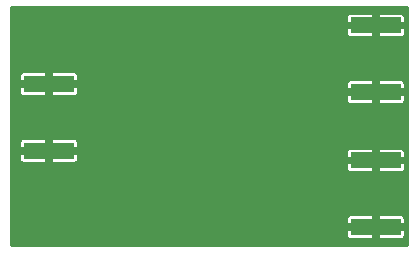
<source format=gbr>
G04 EAGLE Gerber RS-274X export*
G75*
%MOMM*%
%FSLAX34Y34*%
%LPD*%
%INBottom Copper*%
%IPPOS*%
%AMOC8*
5,1,8,0,0,1.08239X$1,22.5*%
G01*
%ADD10R,4.200000X1.350000*%
%ADD11C,0.604000*%

G36*
X874794Y323345D02*
X874794Y323345D01*
X874812Y323343D01*
X874994Y323364D01*
X875177Y323383D01*
X875194Y323388D01*
X875211Y323390D01*
X875386Y323447D01*
X875562Y323501D01*
X875577Y323509D01*
X875594Y323515D01*
X875754Y323605D01*
X875916Y323693D01*
X875929Y323704D01*
X875945Y323713D01*
X876084Y323833D01*
X876225Y323950D01*
X876236Y323964D01*
X876250Y323976D01*
X876362Y324121D01*
X876477Y324264D01*
X876485Y324280D01*
X876496Y324294D01*
X876578Y324459D01*
X876663Y324621D01*
X876668Y324638D01*
X876676Y324654D01*
X876723Y324833D01*
X876774Y325008D01*
X876776Y325026D01*
X876780Y325043D01*
X876807Y325374D01*
X876807Y525526D01*
X876805Y525544D01*
X876807Y525562D01*
X876786Y525744D01*
X876767Y525927D01*
X876762Y525944D01*
X876760Y525961D01*
X876703Y526136D01*
X876649Y526312D01*
X876641Y526327D01*
X876635Y526344D01*
X876545Y526504D01*
X876457Y526666D01*
X876446Y526679D01*
X876437Y526695D01*
X876317Y526834D01*
X876200Y526975D01*
X876186Y526986D01*
X876174Y527000D01*
X876029Y527112D01*
X875886Y527227D01*
X875870Y527235D01*
X875856Y527246D01*
X875691Y527328D01*
X875529Y527413D01*
X875512Y527418D01*
X875496Y527426D01*
X875317Y527473D01*
X875142Y527524D01*
X875124Y527526D01*
X875107Y527530D01*
X874776Y527557D01*
X541274Y527557D01*
X541256Y527555D01*
X541238Y527557D01*
X541056Y527536D01*
X540873Y527517D01*
X540856Y527512D01*
X540839Y527510D01*
X540664Y527453D01*
X540488Y527399D01*
X540473Y527391D01*
X540456Y527385D01*
X540296Y527295D01*
X540134Y527207D01*
X540121Y527196D01*
X540105Y527187D01*
X539966Y527067D01*
X539825Y526950D01*
X539814Y526936D01*
X539800Y526924D01*
X539688Y526779D01*
X539573Y526636D01*
X539565Y526620D01*
X539554Y526606D01*
X539471Y526441D01*
X539387Y526279D01*
X539382Y526262D01*
X539374Y526246D01*
X539327Y526067D01*
X539276Y525892D01*
X539274Y525874D01*
X539270Y525857D01*
X539243Y525526D01*
X539243Y325374D01*
X539245Y325356D01*
X539243Y325338D01*
X539264Y325156D01*
X539283Y324973D01*
X539288Y324956D01*
X539290Y324939D01*
X539347Y324764D01*
X539401Y324588D01*
X539409Y324573D01*
X539415Y324556D01*
X539505Y324396D01*
X539593Y324234D01*
X539604Y324221D01*
X539613Y324205D01*
X539733Y324066D01*
X539850Y323925D01*
X539864Y323914D01*
X539876Y323900D01*
X540021Y323788D01*
X540164Y323673D01*
X540180Y323665D01*
X540194Y323654D01*
X540359Y323572D01*
X540521Y323487D01*
X540538Y323482D01*
X540554Y323474D01*
X540733Y323427D01*
X540908Y323376D01*
X540926Y323374D01*
X540943Y323370D01*
X541274Y323343D01*
X874776Y323343D01*
X874794Y323345D01*
G37*
%LPC*%
G36*
X852274Y514224D02*
X852274Y514224D01*
X852274Y520141D01*
X870235Y520141D01*
X870881Y519968D01*
X871460Y519633D01*
X871933Y519160D01*
X872268Y518581D01*
X872441Y517935D01*
X872441Y514224D01*
X852274Y514224D01*
G37*
%LPD*%
%LPC*%
G36*
X825359Y514224D02*
X825359Y514224D01*
X825359Y517935D01*
X825532Y518581D01*
X825867Y519160D01*
X826340Y519633D01*
X826919Y519968D01*
X827565Y520141D01*
X845526Y520141D01*
X845526Y514224D01*
X825359Y514224D01*
G37*
%LPD*%
%LPC*%
G36*
X548689Y464694D02*
X548689Y464694D01*
X548689Y468405D01*
X548862Y469051D01*
X549197Y469630D01*
X549670Y470103D01*
X550249Y470438D01*
X550895Y470611D01*
X568856Y470611D01*
X568856Y464694D01*
X548689Y464694D01*
G37*
%LPD*%
%LPC*%
G36*
X825359Y457724D02*
X825359Y457724D01*
X825359Y461435D01*
X825532Y462081D01*
X825867Y462660D01*
X826340Y463133D01*
X826919Y463468D01*
X827565Y463641D01*
X845526Y463641D01*
X845526Y457724D01*
X825359Y457724D01*
G37*
%LPD*%
%LPC*%
G36*
X548689Y408194D02*
X548689Y408194D01*
X548689Y411905D01*
X548862Y412551D01*
X549197Y413130D01*
X549670Y413603D01*
X550249Y413938D01*
X550895Y414111D01*
X568856Y414111D01*
X568856Y408194D01*
X548689Y408194D01*
G37*
%LPD*%
%LPC*%
G36*
X825359Y399924D02*
X825359Y399924D01*
X825359Y403635D01*
X825532Y404281D01*
X825867Y404860D01*
X826340Y405333D01*
X826919Y405668D01*
X827565Y405841D01*
X845526Y405841D01*
X845526Y399924D01*
X825359Y399924D01*
G37*
%LPD*%
%LPC*%
G36*
X825359Y343424D02*
X825359Y343424D01*
X825359Y347135D01*
X825532Y347781D01*
X825867Y348360D01*
X826340Y348833D01*
X826919Y349168D01*
X827565Y349341D01*
X845526Y349341D01*
X845526Y343424D01*
X825359Y343424D01*
G37*
%LPD*%
%LPC*%
G36*
X575604Y464694D02*
X575604Y464694D01*
X575604Y470611D01*
X593565Y470611D01*
X594211Y470438D01*
X594790Y470103D01*
X595263Y469630D01*
X595598Y469051D01*
X595771Y468405D01*
X595771Y464694D01*
X575604Y464694D01*
G37*
%LPD*%
%LPC*%
G36*
X852274Y457724D02*
X852274Y457724D01*
X852274Y463641D01*
X870235Y463641D01*
X870881Y463468D01*
X871460Y463133D01*
X871933Y462660D01*
X872268Y462081D01*
X872441Y461435D01*
X872441Y457724D01*
X852274Y457724D01*
G37*
%LPD*%
%LPC*%
G36*
X575604Y408194D02*
X575604Y408194D01*
X575604Y414111D01*
X593565Y414111D01*
X594211Y413938D01*
X594790Y413603D01*
X595263Y413130D01*
X595598Y412551D01*
X595771Y411905D01*
X595771Y408194D01*
X575604Y408194D01*
G37*
%LPD*%
%LPC*%
G36*
X852274Y399924D02*
X852274Y399924D01*
X852274Y405841D01*
X870235Y405841D01*
X870881Y405668D01*
X871460Y405333D01*
X871933Y404860D01*
X872268Y404281D01*
X872441Y403635D01*
X872441Y399924D01*
X852274Y399924D01*
G37*
%LPD*%
%LPC*%
G36*
X852274Y343424D02*
X852274Y343424D01*
X852274Y349341D01*
X870235Y349341D01*
X870881Y349168D01*
X871460Y348833D01*
X871933Y348360D01*
X872268Y347781D01*
X872441Y347135D01*
X872441Y343424D01*
X852274Y343424D01*
G37*
%LPD*%
%LPC*%
G36*
X852274Y501559D02*
X852274Y501559D01*
X852274Y507476D01*
X872441Y507476D01*
X872441Y503765D01*
X872268Y503119D01*
X871933Y502540D01*
X871460Y502067D01*
X870881Y501732D01*
X870235Y501559D01*
X852274Y501559D01*
G37*
%LPD*%
%LPC*%
G36*
X575604Y452029D02*
X575604Y452029D01*
X575604Y457946D01*
X595771Y457946D01*
X595771Y454235D01*
X595598Y453589D01*
X595263Y453010D01*
X594790Y452537D01*
X594211Y452202D01*
X593565Y452029D01*
X575604Y452029D01*
G37*
%LPD*%
%LPC*%
G36*
X852274Y445059D02*
X852274Y445059D01*
X852274Y450976D01*
X872441Y450976D01*
X872441Y447265D01*
X872268Y446619D01*
X871933Y446040D01*
X871460Y445567D01*
X870881Y445232D01*
X870235Y445059D01*
X852274Y445059D01*
G37*
%LPD*%
%LPC*%
G36*
X575604Y395529D02*
X575604Y395529D01*
X575604Y401446D01*
X595771Y401446D01*
X595771Y397735D01*
X595598Y397089D01*
X595263Y396510D01*
X594790Y396037D01*
X594211Y395702D01*
X593565Y395529D01*
X575604Y395529D01*
G37*
%LPD*%
%LPC*%
G36*
X852274Y387259D02*
X852274Y387259D01*
X852274Y393176D01*
X872441Y393176D01*
X872441Y389465D01*
X872268Y388819D01*
X871933Y388240D01*
X871460Y387767D01*
X870881Y387432D01*
X870235Y387259D01*
X852274Y387259D01*
G37*
%LPD*%
%LPC*%
G36*
X852274Y330759D02*
X852274Y330759D01*
X852274Y336676D01*
X872441Y336676D01*
X872441Y332965D01*
X872268Y332319D01*
X871933Y331740D01*
X871460Y331267D01*
X870881Y330932D01*
X870235Y330759D01*
X852274Y330759D01*
G37*
%LPD*%
%LPC*%
G36*
X827565Y501559D02*
X827565Y501559D01*
X826919Y501732D01*
X826340Y502067D01*
X825867Y502540D01*
X825532Y503119D01*
X825359Y503765D01*
X825359Y507476D01*
X845526Y507476D01*
X845526Y501559D01*
X827565Y501559D01*
G37*
%LPD*%
%LPC*%
G36*
X550895Y452029D02*
X550895Y452029D01*
X550249Y452202D01*
X549670Y452537D01*
X549197Y453010D01*
X548862Y453589D01*
X548689Y454235D01*
X548689Y457946D01*
X568856Y457946D01*
X568856Y452029D01*
X550895Y452029D01*
G37*
%LPD*%
%LPC*%
G36*
X827565Y445059D02*
X827565Y445059D01*
X826919Y445232D01*
X826340Y445567D01*
X825867Y446040D01*
X825532Y446619D01*
X825359Y447265D01*
X825359Y450976D01*
X845526Y450976D01*
X845526Y445059D01*
X827565Y445059D01*
G37*
%LPD*%
%LPC*%
G36*
X550895Y395529D02*
X550895Y395529D01*
X550249Y395702D01*
X549670Y396037D01*
X549197Y396510D01*
X548862Y397089D01*
X548689Y397735D01*
X548689Y401446D01*
X568856Y401446D01*
X568856Y395529D01*
X550895Y395529D01*
G37*
%LPD*%
%LPC*%
G36*
X827565Y387259D02*
X827565Y387259D01*
X826919Y387432D01*
X826340Y387767D01*
X825867Y388240D01*
X825532Y388819D01*
X825359Y389465D01*
X825359Y393176D01*
X845526Y393176D01*
X845526Y387259D01*
X827565Y387259D01*
G37*
%LPD*%
%LPC*%
G36*
X827565Y330759D02*
X827565Y330759D01*
X826919Y330932D01*
X826340Y331267D01*
X825867Y331740D01*
X825532Y332319D01*
X825359Y332965D01*
X825359Y336676D01*
X845526Y336676D01*
X845526Y330759D01*
X827565Y330759D01*
G37*
%LPD*%
D10*
X572230Y461320D03*
X572230Y404820D03*
X848900Y454350D03*
X848900Y510850D03*
X848900Y340050D03*
X848900Y396550D03*
D11*
X560070Y419100D03*
X836930Y382270D03*
X840740Y468630D03*
X859790Y355600D03*
X859790Y382270D03*
X836930Y354330D03*
X858520Y496570D03*
X838200Y496570D03*
X858520Y468630D03*
X581660Y447040D03*
X580390Y417830D03*
X558800Y447040D03*
M02*

</source>
